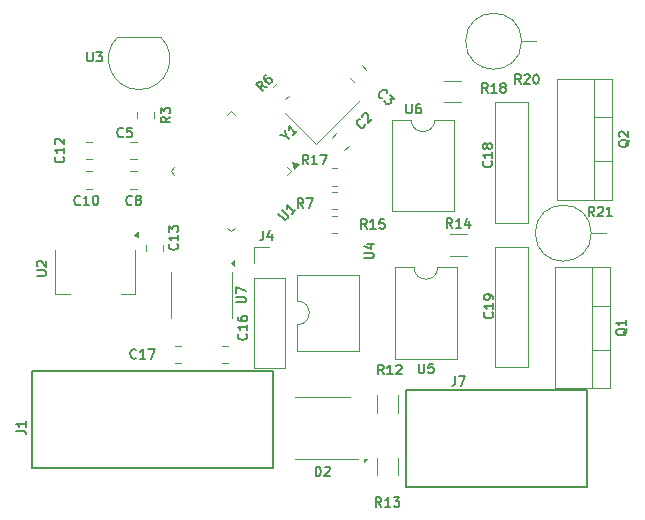
<source format=gbr>
%TF.GenerationSoftware,KiCad,Pcbnew,8.0.5-dirty*%
%TF.CreationDate,2024-11-05T15:40:08+03:00*%
%TF.ProjectId,switcher,73776974-6368-4657-922e-6b696361645f,rev?*%
%TF.SameCoordinates,Original*%
%TF.FileFunction,Legend,Top*%
%TF.FilePolarity,Positive*%
%FSLAX46Y46*%
G04 Gerber Fmt 4.6, Leading zero omitted, Abs format (unit mm)*
G04 Created by KiCad (PCBNEW 8.0.5-dirty) date 2024-11-05 15:40:08*
%MOMM*%
%LPD*%
G01*
G04 APERTURE LIST*
%ADD10C,0.150000*%
%ADD11C,0.120000*%
G04 APERTURE END LIST*
D10*
X143608025Y-68796587D02*
X143608025Y-68850462D01*
X143608025Y-68850462D02*
X143554151Y-68958211D01*
X143554151Y-68958211D02*
X143500276Y-69012086D01*
X143500276Y-69012086D02*
X143392526Y-69065961D01*
X143392526Y-69065961D02*
X143284777Y-69065961D01*
X143284777Y-69065961D02*
X143203964Y-69039023D01*
X143203964Y-69039023D02*
X143069277Y-68958211D01*
X143069277Y-68958211D02*
X142988465Y-68877399D01*
X142988465Y-68877399D02*
X142907653Y-68742712D01*
X142907653Y-68742712D02*
X142880716Y-68661900D01*
X142880716Y-68661900D02*
X142880716Y-68554150D01*
X142880716Y-68554150D02*
X142934590Y-68446401D01*
X142934590Y-68446401D02*
X142988465Y-68392526D01*
X142988465Y-68392526D02*
X143096215Y-68338651D01*
X143096215Y-68338651D02*
X143150090Y-68338651D01*
X143365589Y-68123152D02*
X143365589Y-68069277D01*
X143365589Y-68069277D02*
X143392526Y-67988465D01*
X143392526Y-67988465D02*
X143527213Y-67853778D01*
X143527213Y-67853778D02*
X143608025Y-67826840D01*
X143608025Y-67826840D02*
X143661900Y-67826840D01*
X143661900Y-67826840D02*
X143742712Y-67853778D01*
X143742712Y-67853778D02*
X143796587Y-67907653D01*
X143796587Y-67907653D02*
X143850462Y-68015402D01*
X143850462Y-68015402D02*
X143850462Y-68661900D01*
X143850462Y-68661900D02*
X144200648Y-68311714D01*
X133536104Y-86514285D02*
X133574200Y-86552381D01*
X133574200Y-86552381D02*
X133612295Y-86666666D01*
X133612295Y-86666666D02*
X133612295Y-86742857D01*
X133612295Y-86742857D02*
X133574200Y-86857143D01*
X133574200Y-86857143D02*
X133498009Y-86933333D01*
X133498009Y-86933333D02*
X133421819Y-86971428D01*
X133421819Y-86971428D02*
X133269438Y-87009524D01*
X133269438Y-87009524D02*
X133155152Y-87009524D01*
X133155152Y-87009524D02*
X133002771Y-86971428D01*
X133002771Y-86971428D02*
X132926580Y-86933333D01*
X132926580Y-86933333D02*
X132850390Y-86857143D01*
X132850390Y-86857143D02*
X132812295Y-86742857D01*
X132812295Y-86742857D02*
X132812295Y-86666666D01*
X132812295Y-86666666D02*
X132850390Y-86552381D01*
X132850390Y-86552381D02*
X132888485Y-86514285D01*
X133612295Y-85752381D02*
X133612295Y-86209524D01*
X133612295Y-85980952D02*
X132812295Y-85980952D01*
X132812295Y-85980952D02*
X132926580Y-86057143D01*
X132926580Y-86057143D02*
X133002771Y-86133333D01*
X133002771Y-86133333D02*
X133040866Y-86209524D01*
X132812295Y-85066666D02*
X132812295Y-85219047D01*
X132812295Y-85219047D02*
X132850390Y-85295238D01*
X132850390Y-85295238D02*
X132888485Y-85333333D01*
X132888485Y-85333333D02*
X133002771Y-85409523D01*
X133002771Y-85409523D02*
X133155152Y-85447619D01*
X133155152Y-85447619D02*
X133459914Y-85447619D01*
X133459914Y-85447619D02*
X133536104Y-85409523D01*
X133536104Y-85409523D02*
X133574200Y-85371428D01*
X133574200Y-85371428D02*
X133612295Y-85295238D01*
X133612295Y-85295238D02*
X133612295Y-85142857D01*
X133612295Y-85142857D02*
X133574200Y-85066666D01*
X133574200Y-85066666D02*
X133536104Y-85028571D01*
X133536104Y-85028571D02*
X133459914Y-84990476D01*
X133459914Y-84990476D02*
X133269438Y-84990476D01*
X133269438Y-84990476D02*
X133193247Y-85028571D01*
X133193247Y-85028571D02*
X133155152Y-85066666D01*
X133155152Y-85066666D02*
X133117057Y-85142857D01*
X133117057Y-85142857D02*
X133117057Y-85295238D01*
X133117057Y-85295238D02*
X133155152Y-85371428D01*
X133155152Y-85371428D02*
X133193247Y-85409523D01*
X133193247Y-85409523D02*
X133269438Y-85447619D01*
X153985714Y-66112295D02*
X153719047Y-65731342D01*
X153528571Y-66112295D02*
X153528571Y-65312295D01*
X153528571Y-65312295D02*
X153833333Y-65312295D01*
X153833333Y-65312295D02*
X153909523Y-65350390D01*
X153909523Y-65350390D02*
X153947618Y-65388485D01*
X153947618Y-65388485D02*
X153985714Y-65464676D01*
X153985714Y-65464676D02*
X153985714Y-65578961D01*
X153985714Y-65578961D02*
X153947618Y-65655152D01*
X153947618Y-65655152D02*
X153909523Y-65693247D01*
X153909523Y-65693247D02*
X153833333Y-65731342D01*
X153833333Y-65731342D02*
X153528571Y-65731342D01*
X154747618Y-66112295D02*
X154290475Y-66112295D01*
X154519047Y-66112295D02*
X154519047Y-65312295D01*
X154519047Y-65312295D02*
X154442856Y-65426580D01*
X154442856Y-65426580D02*
X154366666Y-65502771D01*
X154366666Y-65502771D02*
X154290475Y-65540866D01*
X155204761Y-65655152D02*
X155128571Y-65617057D01*
X155128571Y-65617057D02*
X155090476Y-65578961D01*
X155090476Y-65578961D02*
X155052380Y-65502771D01*
X155052380Y-65502771D02*
X155052380Y-65464676D01*
X155052380Y-65464676D02*
X155090476Y-65388485D01*
X155090476Y-65388485D02*
X155128571Y-65350390D01*
X155128571Y-65350390D02*
X155204761Y-65312295D01*
X155204761Y-65312295D02*
X155357142Y-65312295D01*
X155357142Y-65312295D02*
X155433333Y-65350390D01*
X155433333Y-65350390D02*
X155471428Y-65388485D01*
X155471428Y-65388485D02*
X155509523Y-65464676D01*
X155509523Y-65464676D02*
X155509523Y-65502771D01*
X155509523Y-65502771D02*
X155471428Y-65578961D01*
X155471428Y-65578961D02*
X155433333Y-65617057D01*
X155433333Y-65617057D02*
X155357142Y-65655152D01*
X155357142Y-65655152D02*
X155204761Y-65655152D01*
X155204761Y-65655152D02*
X155128571Y-65693247D01*
X155128571Y-65693247D02*
X155090476Y-65731342D01*
X155090476Y-65731342D02*
X155052380Y-65807533D01*
X155052380Y-65807533D02*
X155052380Y-65959914D01*
X155052380Y-65959914D02*
X155090476Y-66036104D01*
X155090476Y-66036104D02*
X155128571Y-66074200D01*
X155128571Y-66074200D02*
X155204761Y-66112295D01*
X155204761Y-66112295D02*
X155357142Y-66112295D01*
X155357142Y-66112295D02*
X155433333Y-66074200D01*
X155433333Y-66074200D02*
X155471428Y-66036104D01*
X155471428Y-66036104D02*
X155509523Y-65959914D01*
X155509523Y-65959914D02*
X155509523Y-65807533D01*
X155509523Y-65807533D02*
X155471428Y-65731342D01*
X155471428Y-65731342D02*
X155433333Y-65693247D01*
X155433333Y-65693247D02*
X155357142Y-65655152D01*
X114072295Y-94716666D02*
X114643723Y-94716666D01*
X114643723Y-94716666D02*
X114758009Y-94754761D01*
X114758009Y-94754761D02*
X114834200Y-94830952D01*
X114834200Y-94830952D02*
X114872295Y-94945237D01*
X114872295Y-94945237D02*
X114872295Y-95021428D01*
X114872295Y-93916666D02*
X114872295Y-94373809D01*
X114872295Y-94145237D02*
X114072295Y-94145237D01*
X114072295Y-94145237D02*
X114186580Y-94221428D01*
X114186580Y-94221428D02*
X114262771Y-94297618D01*
X114262771Y-94297618D02*
X114300866Y-94373809D01*
X154286104Y-71914285D02*
X154324200Y-71952381D01*
X154324200Y-71952381D02*
X154362295Y-72066666D01*
X154362295Y-72066666D02*
X154362295Y-72142857D01*
X154362295Y-72142857D02*
X154324200Y-72257143D01*
X154324200Y-72257143D02*
X154248009Y-72333333D01*
X154248009Y-72333333D02*
X154171819Y-72371428D01*
X154171819Y-72371428D02*
X154019438Y-72409524D01*
X154019438Y-72409524D02*
X153905152Y-72409524D01*
X153905152Y-72409524D02*
X153752771Y-72371428D01*
X153752771Y-72371428D02*
X153676580Y-72333333D01*
X153676580Y-72333333D02*
X153600390Y-72257143D01*
X153600390Y-72257143D02*
X153562295Y-72142857D01*
X153562295Y-72142857D02*
X153562295Y-72066666D01*
X153562295Y-72066666D02*
X153600390Y-71952381D01*
X153600390Y-71952381D02*
X153638485Y-71914285D01*
X154362295Y-71152381D02*
X154362295Y-71609524D01*
X154362295Y-71380952D02*
X153562295Y-71380952D01*
X153562295Y-71380952D02*
X153676580Y-71457143D01*
X153676580Y-71457143D02*
X153752771Y-71533333D01*
X153752771Y-71533333D02*
X153790866Y-71609524D01*
X153905152Y-70695238D02*
X153867057Y-70771428D01*
X153867057Y-70771428D02*
X153828961Y-70809523D01*
X153828961Y-70809523D02*
X153752771Y-70847619D01*
X153752771Y-70847619D02*
X153714676Y-70847619D01*
X153714676Y-70847619D02*
X153638485Y-70809523D01*
X153638485Y-70809523D02*
X153600390Y-70771428D01*
X153600390Y-70771428D02*
X153562295Y-70695238D01*
X153562295Y-70695238D02*
X153562295Y-70542857D01*
X153562295Y-70542857D02*
X153600390Y-70466666D01*
X153600390Y-70466666D02*
X153638485Y-70428571D01*
X153638485Y-70428571D02*
X153714676Y-70390476D01*
X153714676Y-70390476D02*
X153752771Y-70390476D01*
X153752771Y-70390476D02*
X153828961Y-70428571D01*
X153828961Y-70428571D02*
X153867057Y-70466666D01*
X153867057Y-70466666D02*
X153905152Y-70542857D01*
X153905152Y-70542857D02*
X153905152Y-70695238D01*
X153905152Y-70695238D02*
X153943247Y-70771428D01*
X153943247Y-70771428D02*
X153981342Y-70809523D01*
X153981342Y-70809523D02*
X154057533Y-70847619D01*
X154057533Y-70847619D02*
X154209914Y-70847619D01*
X154209914Y-70847619D02*
X154286104Y-70809523D01*
X154286104Y-70809523D02*
X154324200Y-70771428D01*
X154324200Y-70771428D02*
X154362295Y-70695238D01*
X154362295Y-70695238D02*
X154362295Y-70542857D01*
X154362295Y-70542857D02*
X154324200Y-70466666D01*
X154324200Y-70466666D02*
X154286104Y-70428571D01*
X154286104Y-70428571D02*
X154209914Y-70390476D01*
X154209914Y-70390476D02*
X154057533Y-70390476D01*
X154057533Y-70390476D02*
X153981342Y-70428571D01*
X153981342Y-70428571D02*
X153943247Y-70466666D01*
X153943247Y-70466666D02*
X153905152Y-70542857D01*
X138785714Y-72162295D02*
X138519047Y-71781342D01*
X138328571Y-72162295D02*
X138328571Y-71362295D01*
X138328571Y-71362295D02*
X138633333Y-71362295D01*
X138633333Y-71362295D02*
X138709523Y-71400390D01*
X138709523Y-71400390D02*
X138747618Y-71438485D01*
X138747618Y-71438485D02*
X138785714Y-71514676D01*
X138785714Y-71514676D02*
X138785714Y-71628961D01*
X138785714Y-71628961D02*
X138747618Y-71705152D01*
X138747618Y-71705152D02*
X138709523Y-71743247D01*
X138709523Y-71743247D02*
X138633333Y-71781342D01*
X138633333Y-71781342D02*
X138328571Y-71781342D01*
X139547618Y-72162295D02*
X139090475Y-72162295D01*
X139319047Y-72162295D02*
X139319047Y-71362295D01*
X139319047Y-71362295D02*
X139242856Y-71476580D01*
X139242856Y-71476580D02*
X139166666Y-71552771D01*
X139166666Y-71552771D02*
X139090475Y-71590866D01*
X139814285Y-71362295D02*
X140347619Y-71362295D01*
X140347619Y-71362295D02*
X140004761Y-72162295D01*
X124235714Y-88536104D02*
X124197618Y-88574200D01*
X124197618Y-88574200D02*
X124083333Y-88612295D01*
X124083333Y-88612295D02*
X124007142Y-88612295D01*
X124007142Y-88612295D02*
X123892856Y-88574200D01*
X123892856Y-88574200D02*
X123816666Y-88498009D01*
X123816666Y-88498009D02*
X123778571Y-88421819D01*
X123778571Y-88421819D02*
X123740475Y-88269438D01*
X123740475Y-88269438D02*
X123740475Y-88155152D01*
X123740475Y-88155152D02*
X123778571Y-88002771D01*
X123778571Y-88002771D02*
X123816666Y-87926580D01*
X123816666Y-87926580D02*
X123892856Y-87850390D01*
X123892856Y-87850390D02*
X124007142Y-87812295D01*
X124007142Y-87812295D02*
X124083333Y-87812295D01*
X124083333Y-87812295D02*
X124197618Y-87850390D01*
X124197618Y-87850390D02*
X124235714Y-87888485D01*
X124997618Y-88612295D02*
X124540475Y-88612295D01*
X124769047Y-88612295D02*
X124769047Y-87812295D01*
X124769047Y-87812295D02*
X124692856Y-87926580D01*
X124692856Y-87926580D02*
X124616666Y-88002771D01*
X124616666Y-88002771D02*
X124540475Y-88040866D01*
X125264285Y-87812295D02*
X125797619Y-87812295D01*
X125797619Y-87812295D02*
X125454761Y-88612295D01*
X135261900Y-65650462D02*
X134803964Y-65569649D01*
X134938651Y-65973710D02*
X134372966Y-65408025D01*
X134372966Y-65408025D02*
X134588465Y-65192526D01*
X134588465Y-65192526D02*
X134669277Y-65165588D01*
X134669277Y-65165588D02*
X134723152Y-65165588D01*
X134723152Y-65165588D02*
X134803964Y-65192526D01*
X134803964Y-65192526D02*
X134884777Y-65273338D01*
X134884777Y-65273338D02*
X134911714Y-65354150D01*
X134911714Y-65354150D02*
X134911714Y-65408025D01*
X134911714Y-65408025D02*
X134884777Y-65488837D01*
X134884777Y-65488837D02*
X134669277Y-65704336D01*
X135181088Y-64599903D02*
X135073338Y-64707653D01*
X135073338Y-64707653D02*
X135046401Y-64788465D01*
X135046401Y-64788465D02*
X135046401Y-64842340D01*
X135046401Y-64842340D02*
X135073338Y-64977027D01*
X135073338Y-64977027D02*
X135154151Y-65111714D01*
X135154151Y-65111714D02*
X135369650Y-65327213D01*
X135369650Y-65327213D02*
X135450462Y-65354150D01*
X135450462Y-65354150D02*
X135504337Y-65354150D01*
X135504337Y-65354150D02*
X135585149Y-65327213D01*
X135585149Y-65327213D02*
X135692899Y-65219463D01*
X135692899Y-65219463D02*
X135719836Y-65138651D01*
X135719836Y-65138651D02*
X135719836Y-65084776D01*
X135719836Y-65084776D02*
X135692899Y-65003964D01*
X135692899Y-65003964D02*
X135558212Y-64869277D01*
X135558212Y-64869277D02*
X135477399Y-64842340D01*
X135477399Y-64842340D02*
X135423525Y-64842340D01*
X135423525Y-64842340D02*
X135342712Y-64869277D01*
X135342712Y-64869277D02*
X135234963Y-64977027D01*
X135234963Y-64977027D02*
X135208025Y-65057839D01*
X135208025Y-65057839D02*
X135208025Y-65111714D01*
X135208025Y-65111714D02*
X135234963Y-65192526D01*
X165958485Y-70116190D02*
X165920390Y-70192380D01*
X165920390Y-70192380D02*
X165844200Y-70268571D01*
X165844200Y-70268571D02*
X165729914Y-70382857D01*
X165729914Y-70382857D02*
X165691819Y-70459047D01*
X165691819Y-70459047D02*
X165691819Y-70535238D01*
X165882295Y-70497142D02*
X165844200Y-70573333D01*
X165844200Y-70573333D02*
X165768009Y-70649523D01*
X165768009Y-70649523D02*
X165615628Y-70687619D01*
X165615628Y-70687619D02*
X165348961Y-70687619D01*
X165348961Y-70687619D02*
X165196580Y-70649523D01*
X165196580Y-70649523D02*
X165120390Y-70573333D01*
X165120390Y-70573333D02*
X165082295Y-70497142D01*
X165082295Y-70497142D02*
X165082295Y-70344761D01*
X165082295Y-70344761D02*
X165120390Y-70268571D01*
X165120390Y-70268571D02*
X165196580Y-70192380D01*
X165196580Y-70192380D02*
X165348961Y-70154285D01*
X165348961Y-70154285D02*
X165615628Y-70154285D01*
X165615628Y-70154285D02*
X165768009Y-70192380D01*
X165768009Y-70192380D02*
X165844200Y-70268571D01*
X165844200Y-70268571D02*
X165882295Y-70344761D01*
X165882295Y-70344761D02*
X165882295Y-70497142D01*
X165158485Y-69849524D02*
X165120390Y-69811428D01*
X165120390Y-69811428D02*
X165082295Y-69735238D01*
X165082295Y-69735238D02*
X165082295Y-69544762D01*
X165082295Y-69544762D02*
X165120390Y-69468571D01*
X165120390Y-69468571D02*
X165158485Y-69430476D01*
X165158485Y-69430476D02*
X165234676Y-69392381D01*
X165234676Y-69392381D02*
X165310866Y-69392381D01*
X165310866Y-69392381D02*
X165425152Y-69430476D01*
X165425152Y-69430476D02*
X165882295Y-69887619D01*
X165882295Y-69887619D02*
X165882295Y-69392381D01*
X154386104Y-84714285D02*
X154424200Y-84752381D01*
X154424200Y-84752381D02*
X154462295Y-84866666D01*
X154462295Y-84866666D02*
X154462295Y-84942857D01*
X154462295Y-84942857D02*
X154424200Y-85057143D01*
X154424200Y-85057143D02*
X154348009Y-85133333D01*
X154348009Y-85133333D02*
X154271819Y-85171428D01*
X154271819Y-85171428D02*
X154119438Y-85209524D01*
X154119438Y-85209524D02*
X154005152Y-85209524D01*
X154005152Y-85209524D02*
X153852771Y-85171428D01*
X153852771Y-85171428D02*
X153776580Y-85133333D01*
X153776580Y-85133333D02*
X153700390Y-85057143D01*
X153700390Y-85057143D02*
X153662295Y-84942857D01*
X153662295Y-84942857D02*
X153662295Y-84866666D01*
X153662295Y-84866666D02*
X153700390Y-84752381D01*
X153700390Y-84752381D02*
X153738485Y-84714285D01*
X154462295Y-83952381D02*
X154462295Y-84409524D01*
X154462295Y-84180952D02*
X153662295Y-84180952D01*
X153662295Y-84180952D02*
X153776580Y-84257143D01*
X153776580Y-84257143D02*
X153852771Y-84333333D01*
X153852771Y-84333333D02*
X153890866Y-84409524D01*
X154462295Y-83571428D02*
X154462295Y-83419047D01*
X154462295Y-83419047D02*
X154424200Y-83342857D01*
X154424200Y-83342857D02*
X154386104Y-83304761D01*
X154386104Y-83304761D02*
X154271819Y-83228571D01*
X154271819Y-83228571D02*
X154119438Y-83190476D01*
X154119438Y-83190476D02*
X153814676Y-83190476D01*
X153814676Y-83190476D02*
X153738485Y-83228571D01*
X153738485Y-83228571D02*
X153700390Y-83266666D01*
X153700390Y-83266666D02*
X153662295Y-83342857D01*
X153662295Y-83342857D02*
X153662295Y-83495238D01*
X153662295Y-83495238D02*
X153700390Y-83571428D01*
X153700390Y-83571428D02*
X153738485Y-83609523D01*
X153738485Y-83609523D02*
X153814676Y-83647619D01*
X153814676Y-83647619D02*
X154005152Y-83647619D01*
X154005152Y-83647619D02*
X154081342Y-83609523D01*
X154081342Y-83609523D02*
X154119438Y-83571428D01*
X154119438Y-83571428D02*
X154157533Y-83495238D01*
X154157533Y-83495238D02*
X154157533Y-83342857D01*
X154157533Y-83342857D02*
X154119438Y-83266666D01*
X154119438Y-83266666D02*
X154081342Y-83228571D01*
X154081342Y-83228571D02*
X154005152Y-83190476D01*
X118036104Y-71514285D02*
X118074200Y-71552381D01*
X118074200Y-71552381D02*
X118112295Y-71666666D01*
X118112295Y-71666666D02*
X118112295Y-71742857D01*
X118112295Y-71742857D02*
X118074200Y-71857143D01*
X118074200Y-71857143D02*
X117998009Y-71933333D01*
X117998009Y-71933333D02*
X117921819Y-71971428D01*
X117921819Y-71971428D02*
X117769438Y-72009524D01*
X117769438Y-72009524D02*
X117655152Y-72009524D01*
X117655152Y-72009524D02*
X117502771Y-71971428D01*
X117502771Y-71971428D02*
X117426580Y-71933333D01*
X117426580Y-71933333D02*
X117350390Y-71857143D01*
X117350390Y-71857143D02*
X117312295Y-71742857D01*
X117312295Y-71742857D02*
X117312295Y-71666666D01*
X117312295Y-71666666D02*
X117350390Y-71552381D01*
X117350390Y-71552381D02*
X117388485Y-71514285D01*
X118112295Y-70752381D02*
X118112295Y-71209524D01*
X118112295Y-70980952D02*
X117312295Y-70980952D01*
X117312295Y-70980952D02*
X117426580Y-71057143D01*
X117426580Y-71057143D02*
X117502771Y-71133333D01*
X117502771Y-71133333D02*
X117540866Y-71209524D01*
X117388485Y-70447619D02*
X117350390Y-70409523D01*
X117350390Y-70409523D02*
X117312295Y-70333333D01*
X117312295Y-70333333D02*
X117312295Y-70142857D01*
X117312295Y-70142857D02*
X117350390Y-70066666D01*
X117350390Y-70066666D02*
X117388485Y-70028571D01*
X117388485Y-70028571D02*
X117464676Y-69990476D01*
X117464676Y-69990476D02*
X117540866Y-69990476D01*
X117540866Y-69990476D02*
X117655152Y-70028571D01*
X117655152Y-70028571D02*
X118112295Y-70485714D01*
X118112295Y-70485714D02*
X118112295Y-69990476D01*
X165763485Y-86076190D02*
X165725390Y-86152380D01*
X165725390Y-86152380D02*
X165649200Y-86228571D01*
X165649200Y-86228571D02*
X165534914Y-86342857D01*
X165534914Y-86342857D02*
X165496819Y-86419047D01*
X165496819Y-86419047D02*
X165496819Y-86495238D01*
X165687295Y-86457142D02*
X165649200Y-86533333D01*
X165649200Y-86533333D02*
X165573009Y-86609523D01*
X165573009Y-86609523D02*
X165420628Y-86647619D01*
X165420628Y-86647619D02*
X165153961Y-86647619D01*
X165153961Y-86647619D02*
X165001580Y-86609523D01*
X165001580Y-86609523D02*
X164925390Y-86533333D01*
X164925390Y-86533333D02*
X164887295Y-86457142D01*
X164887295Y-86457142D02*
X164887295Y-86304761D01*
X164887295Y-86304761D02*
X164925390Y-86228571D01*
X164925390Y-86228571D02*
X165001580Y-86152380D01*
X165001580Y-86152380D02*
X165153961Y-86114285D01*
X165153961Y-86114285D02*
X165420628Y-86114285D01*
X165420628Y-86114285D02*
X165573009Y-86152380D01*
X165573009Y-86152380D02*
X165649200Y-86228571D01*
X165649200Y-86228571D02*
X165687295Y-86304761D01*
X165687295Y-86304761D02*
X165687295Y-86457142D01*
X165687295Y-85352381D02*
X165687295Y-85809524D01*
X165687295Y-85580952D02*
X164887295Y-85580952D01*
X164887295Y-85580952D02*
X165001580Y-85657143D01*
X165001580Y-85657143D02*
X165077771Y-85733333D01*
X165077771Y-85733333D02*
X165115866Y-85809524D01*
X132712295Y-83859523D02*
X133359914Y-83859523D01*
X133359914Y-83859523D02*
X133436104Y-83821428D01*
X133436104Y-83821428D02*
X133474200Y-83783333D01*
X133474200Y-83783333D02*
X133512295Y-83707142D01*
X133512295Y-83707142D02*
X133512295Y-83554761D01*
X133512295Y-83554761D02*
X133474200Y-83478571D01*
X133474200Y-83478571D02*
X133436104Y-83440476D01*
X133436104Y-83440476D02*
X133359914Y-83402380D01*
X133359914Y-83402380D02*
X132712295Y-83402380D01*
X132712295Y-83097619D02*
X132712295Y-82564285D01*
X132712295Y-82564285D02*
X133512295Y-82907143D01*
X136917433Y-69756181D02*
X137186807Y-70025555D01*
X136432560Y-69648431D02*
X136917433Y-69756181D01*
X136917433Y-69756181D02*
X136809684Y-69271307D01*
X137860242Y-69352120D02*
X137536993Y-69675369D01*
X137698618Y-69513744D02*
X137132932Y-68948059D01*
X137132932Y-68948059D02*
X137159870Y-69082746D01*
X137159870Y-69082746D02*
X137159870Y-69190495D01*
X137159870Y-69190495D02*
X137132932Y-69271308D01*
X162985714Y-76562295D02*
X162719047Y-76181342D01*
X162528571Y-76562295D02*
X162528571Y-75762295D01*
X162528571Y-75762295D02*
X162833333Y-75762295D01*
X162833333Y-75762295D02*
X162909523Y-75800390D01*
X162909523Y-75800390D02*
X162947618Y-75838485D01*
X162947618Y-75838485D02*
X162985714Y-75914676D01*
X162985714Y-75914676D02*
X162985714Y-76028961D01*
X162985714Y-76028961D02*
X162947618Y-76105152D01*
X162947618Y-76105152D02*
X162909523Y-76143247D01*
X162909523Y-76143247D02*
X162833333Y-76181342D01*
X162833333Y-76181342D02*
X162528571Y-76181342D01*
X163290475Y-75838485D02*
X163328571Y-75800390D01*
X163328571Y-75800390D02*
X163404761Y-75762295D01*
X163404761Y-75762295D02*
X163595237Y-75762295D01*
X163595237Y-75762295D02*
X163671428Y-75800390D01*
X163671428Y-75800390D02*
X163709523Y-75838485D01*
X163709523Y-75838485D02*
X163747618Y-75914676D01*
X163747618Y-75914676D02*
X163747618Y-75990866D01*
X163747618Y-75990866D02*
X163709523Y-76105152D01*
X163709523Y-76105152D02*
X163252380Y-76562295D01*
X163252380Y-76562295D02*
X163747618Y-76562295D01*
X164509523Y-76562295D02*
X164052380Y-76562295D01*
X164280952Y-76562295D02*
X164280952Y-75762295D01*
X164280952Y-75762295D02*
X164204761Y-75876580D01*
X164204761Y-75876580D02*
X164128571Y-75952771D01*
X164128571Y-75952771D02*
X164052380Y-75990866D01*
X150985714Y-77542295D02*
X150719047Y-77161342D01*
X150528571Y-77542295D02*
X150528571Y-76742295D01*
X150528571Y-76742295D02*
X150833333Y-76742295D01*
X150833333Y-76742295D02*
X150909523Y-76780390D01*
X150909523Y-76780390D02*
X150947618Y-76818485D01*
X150947618Y-76818485D02*
X150985714Y-76894676D01*
X150985714Y-76894676D02*
X150985714Y-77008961D01*
X150985714Y-77008961D02*
X150947618Y-77085152D01*
X150947618Y-77085152D02*
X150909523Y-77123247D01*
X150909523Y-77123247D02*
X150833333Y-77161342D01*
X150833333Y-77161342D02*
X150528571Y-77161342D01*
X151747618Y-77542295D02*
X151290475Y-77542295D01*
X151519047Y-77542295D02*
X151519047Y-76742295D01*
X151519047Y-76742295D02*
X151442856Y-76856580D01*
X151442856Y-76856580D02*
X151366666Y-76932771D01*
X151366666Y-76932771D02*
X151290475Y-76970866D01*
X152433333Y-77008961D02*
X152433333Y-77542295D01*
X152242857Y-76704200D02*
X152052380Y-77275628D01*
X152052380Y-77275628D02*
X152547619Y-77275628D01*
X120090476Y-62662295D02*
X120090476Y-63309914D01*
X120090476Y-63309914D02*
X120128571Y-63386104D01*
X120128571Y-63386104D02*
X120166666Y-63424200D01*
X120166666Y-63424200D02*
X120242857Y-63462295D01*
X120242857Y-63462295D02*
X120395238Y-63462295D01*
X120395238Y-63462295D02*
X120471428Y-63424200D01*
X120471428Y-63424200D02*
X120509523Y-63386104D01*
X120509523Y-63386104D02*
X120547619Y-63309914D01*
X120547619Y-63309914D02*
X120547619Y-62662295D01*
X120852380Y-62662295D02*
X121347618Y-62662295D01*
X121347618Y-62662295D02*
X121080952Y-62967057D01*
X121080952Y-62967057D02*
X121195237Y-62967057D01*
X121195237Y-62967057D02*
X121271428Y-63005152D01*
X121271428Y-63005152D02*
X121309523Y-63043247D01*
X121309523Y-63043247D02*
X121347618Y-63119438D01*
X121347618Y-63119438D02*
X121347618Y-63309914D01*
X121347618Y-63309914D02*
X121309523Y-63386104D01*
X121309523Y-63386104D02*
X121271428Y-63424200D01*
X121271428Y-63424200D02*
X121195237Y-63462295D01*
X121195237Y-63462295D02*
X120966666Y-63462295D01*
X120966666Y-63462295D02*
X120890475Y-63424200D01*
X120890475Y-63424200D02*
X120852380Y-63386104D01*
X147090476Y-67062295D02*
X147090476Y-67709914D01*
X147090476Y-67709914D02*
X147128571Y-67786104D01*
X147128571Y-67786104D02*
X147166666Y-67824200D01*
X147166666Y-67824200D02*
X147242857Y-67862295D01*
X147242857Y-67862295D02*
X147395238Y-67862295D01*
X147395238Y-67862295D02*
X147471428Y-67824200D01*
X147471428Y-67824200D02*
X147509523Y-67786104D01*
X147509523Y-67786104D02*
X147547619Y-67709914D01*
X147547619Y-67709914D02*
X147547619Y-67062295D01*
X148271428Y-67062295D02*
X148119047Y-67062295D01*
X148119047Y-67062295D02*
X148042856Y-67100390D01*
X148042856Y-67100390D02*
X148004761Y-67138485D01*
X148004761Y-67138485D02*
X147928571Y-67252771D01*
X147928571Y-67252771D02*
X147890475Y-67405152D01*
X147890475Y-67405152D02*
X147890475Y-67709914D01*
X147890475Y-67709914D02*
X147928571Y-67786104D01*
X147928571Y-67786104D02*
X147966666Y-67824200D01*
X147966666Y-67824200D02*
X148042856Y-67862295D01*
X148042856Y-67862295D02*
X148195237Y-67862295D01*
X148195237Y-67862295D02*
X148271428Y-67824200D01*
X148271428Y-67824200D02*
X148309523Y-67786104D01*
X148309523Y-67786104D02*
X148347618Y-67709914D01*
X148347618Y-67709914D02*
X148347618Y-67519438D01*
X148347618Y-67519438D02*
X148309523Y-67443247D01*
X148309523Y-67443247D02*
X148271428Y-67405152D01*
X148271428Y-67405152D02*
X148195237Y-67367057D01*
X148195237Y-67367057D02*
X148042856Y-67367057D01*
X148042856Y-67367057D02*
X147966666Y-67405152D01*
X147966666Y-67405152D02*
X147928571Y-67443247D01*
X147928571Y-67443247D02*
X147890475Y-67519438D01*
X138366667Y-75862295D02*
X138100000Y-75481342D01*
X137909524Y-75862295D02*
X137909524Y-75062295D01*
X137909524Y-75062295D02*
X138214286Y-75062295D01*
X138214286Y-75062295D02*
X138290476Y-75100390D01*
X138290476Y-75100390D02*
X138328571Y-75138485D01*
X138328571Y-75138485D02*
X138366667Y-75214676D01*
X138366667Y-75214676D02*
X138366667Y-75328961D01*
X138366667Y-75328961D02*
X138328571Y-75405152D01*
X138328571Y-75405152D02*
X138290476Y-75443247D01*
X138290476Y-75443247D02*
X138214286Y-75481342D01*
X138214286Y-75481342D02*
X137909524Y-75481342D01*
X138633333Y-75062295D02*
X139166667Y-75062295D01*
X139166667Y-75062295D02*
X138823809Y-75862295D01*
X143748214Y-77612295D02*
X143481547Y-77231342D01*
X143291071Y-77612295D02*
X143291071Y-76812295D01*
X143291071Y-76812295D02*
X143595833Y-76812295D01*
X143595833Y-76812295D02*
X143672023Y-76850390D01*
X143672023Y-76850390D02*
X143710118Y-76888485D01*
X143710118Y-76888485D02*
X143748214Y-76964676D01*
X143748214Y-76964676D02*
X143748214Y-77078961D01*
X143748214Y-77078961D02*
X143710118Y-77155152D01*
X143710118Y-77155152D02*
X143672023Y-77193247D01*
X143672023Y-77193247D02*
X143595833Y-77231342D01*
X143595833Y-77231342D02*
X143291071Y-77231342D01*
X144510118Y-77612295D02*
X144052975Y-77612295D01*
X144281547Y-77612295D02*
X144281547Y-76812295D01*
X144281547Y-76812295D02*
X144205356Y-76926580D01*
X144205356Y-76926580D02*
X144129166Y-77002771D01*
X144129166Y-77002771D02*
X144052975Y-77040866D01*
X145233928Y-76812295D02*
X144852976Y-76812295D01*
X144852976Y-76812295D02*
X144814880Y-77193247D01*
X144814880Y-77193247D02*
X144852976Y-77155152D01*
X144852976Y-77155152D02*
X144929166Y-77117057D01*
X144929166Y-77117057D02*
X145119642Y-77117057D01*
X145119642Y-77117057D02*
X145195833Y-77155152D01*
X145195833Y-77155152D02*
X145233928Y-77193247D01*
X145233928Y-77193247D02*
X145272023Y-77269438D01*
X145272023Y-77269438D02*
X145272023Y-77459914D01*
X145272023Y-77459914D02*
X145233928Y-77536104D01*
X145233928Y-77536104D02*
X145195833Y-77574200D01*
X145195833Y-77574200D02*
X145119642Y-77612295D01*
X145119642Y-77612295D02*
X144929166Y-77612295D01*
X144929166Y-77612295D02*
X144852976Y-77574200D01*
X144852976Y-77574200D02*
X144814880Y-77536104D01*
X151233333Y-90112295D02*
X151233333Y-90683723D01*
X151233333Y-90683723D02*
X151195238Y-90798009D01*
X151195238Y-90798009D02*
X151119047Y-90874200D01*
X151119047Y-90874200D02*
X151004762Y-90912295D01*
X151004762Y-90912295D02*
X150928571Y-90912295D01*
X151538095Y-90112295D02*
X152071429Y-90112295D01*
X152071429Y-90112295D02*
X151728571Y-90912295D01*
X139409524Y-98562295D02*
X139409524Y-97762295D01*
X139409524Y-97762295D02*
X139600000Y-97762295D01*
X139600000Y-97762295D02*
X139714286Y-97800390D01*
X139714286Y-97800390D02*
X139790476Y-97876580D01*
X139790476Y-97876580D02*
X139828571Y-97952771D01*
X139828571Y-97952771D02*
X139866667Y-98105152D01*
X139866667Y-98105152D02*
X139866667Y-98219438D01*
X139866667Y-98219438D02*
X139828571Y-98371819D01*
X139828571Y-98371819D02*
X139790476Y-98448009D01*
X139790476Y-98448009D02*
X139714286Y-98524200D01*
X139714286Y-98524200D02*
X139600000Y-98562295D01*
X139600000Y-98562295D02*
X139409524Y-98562295D01*
X140171428Y-97838485D02*
X140209524Y-97800390D01*
X140209524Y-97800390D02*
X140285714Y-97762295D01*
X140285714Y-97762295D02*
X140476190Y-97762295D01*
X140476190Y-97762295D02*
X140552381Y-97800390D01*
X140552381Y-97800390D02*
X140590476Y-97838485D01*
X140590476Y-97838485D02*
X140628571Y-97914676D01*
X140628571Y-97914676D02*
X140628571Y-97990866D01*
X140628571Y-97990866D02*
X140590476Y-98105152D01*
X140590476Y-98105152D02*
X140133333Y-98562295D01*
X140133333Y-98562295D02*
X140628571Y-98562295D01*
X145185714Y-89962295D02*
X144919047Y-89581342D01*
X144728571Y-89962295D02*
X144728571Y-89162295D01*
X144728571Y-89162295D02*
X145033333Y-89162295D01*
X145033333Y-89162295D02*
X145109523Y-89200390D01*
X145109523Y-89200390D02*
X145147618Y-89238485D01*
X145147618Y-89238485D02*
X145185714Y-89314676D01*
X145185714Y-89314676D02*
X145185714Y-89428961D01*
X145185714Y-89428961D02*
X145147618Y-89505152D01*
X145147618Y-89505152D02*
X145109523Y-89543247D01*
X145109523Y-89543247D02*
X145033333Y-89581342D01*
X145033333Y-89581342D02*
X144728571Y-89581342D01*
X145947618Y-89962295D02*
X145490475Y-89962295D01*
X145719047Y-89962295D02*
X145719047Y-89162295D01*
X145719047Y-89162295D02*
X145642856Y-89276580D01*
X145642856Y-89276580D02*
X145566666Y-89352771D01*
X145566666Y-89352771D02*
X145490475Y-89390866D01*
X146252380Y-89238485D02*
X146290476Y-89200390D01*
X146290476Y-89200390D02*
X146366666Y-89162295D01*
X146366666Y-89162295D02*
X146557142Y-89162295D01*
X146557142Y-89162295D02*
X146633333Y-89200390D01*
X146633333Y-89200390D02*
X146671428Y-89238485D01*
X146671428Y-89238485D02*
X146709523Y-89314676D01*
X146709523Y-89314676D02*
X146709523Y-89390866D01*
X146709523Y-89390866D02*
X146671428Y-89505152D01*
X146671428Y-89505152D02*
X146214285Y-89962295D01*
X146214285Y-89962295D02*
X146709523Y-89962295D01*
X144985714Y-101162295D02*
X144719047Y-100781342D01*
X144528571Y-101162295D02*
X144528571Y-100362295D01*
X144528571Y-100362295D02*
X144833333Y-100362295D01*
X144833333Y-100362295D02*
X144909523Y-100400390D01*
X144909523Y-100400390D02*
X144947618Y-100438485D01*
X144947618Y-100438485D02*
X144985714Y-100514676D01*
X144985714Y-100514676D02*
X144985714Y-100628961D01*
X144985714Y-100628961D02*
X144947618Y-100705152D01*
X144947618Y-100705152D02*
X144909523Y-100743247D01*
X144909523Y-100743247D02*
X144833333Y-100781342D01*
X144833333Y-100781342D02*
X144528571Y-100781342D01*
X145747618Y-101162295D02*
X145290475Y-101162295D01*
X145519047Y-101162295D02*
X145519047Y-100362295D01*
X145519047Y-100362295D02*
X145442856Y-100476580D01*
X145442856Y-100476580D02*
X145366666Y-100552771D01*
X145366666Y-100552771D02*
X145290475Y-100590866D01*
X146014285Y-100362295D02*
X146509523Y-100362295D01*
X146509523Y-100362295D02*
X146242857Y-100667057D01*
X146242857Y-100667057D02*
X146357142Y-100667057D01*
X146357142Y-100667057D02*
X146433333Y-100705152D01*
X146433333Y-100705152D02*
X146471428Y-100743247D01*
X146471428Y-100743247D02*
X146509523Y-100819438D01*
X146509523Y-100819438D02*
X146509523Y-101009914D01*
X146509523Y-101009914D02*
X146471428Y-101086104D01*
X146471428Y-101086104D02*
X146433333Y-101124200D01*
X146433333Y-101124200D02*
X146357142Y-101162295D01*
X146357142Y-101162295D02*
X146128571Y-101162295D01*
X146128571Y-101162295D02*
X146052380Y-101124200D01*
X146052380Y-101124200D02*
X146014285Y-101086104D01*
X156785714Y-65362295D02*
X156519047Y-64981342D01*
X156328571Y-65362295D02*
X156328571Y-64562295D01*
X156328571Y-64562295D02*
X156633333Y-64562295D01*
X156633333Y-64562295D02*
X156709523Y-64600390D01*
X156709523Y-64600390D02*
X156747618Y-64638485D01*
X156747618Y-64638485D02*
X156785714Y-64714676D01*
X156785714Y-64714676D02*
X156785714Y-64828961D01*
X156785714Y-64828961D02*
X156747618Y-64905152D01*
X156747618Y-64905152D02*
X156709523Y-64943247D01*
X156709523Y-64943247D02*
X156633333Y-64981342D01*
X156633333Y-64981342D02*
X156328571Y-64981342D01*
X157090475Y-64638485D02*
X157128571Y-64600390D01*
X157128571Y-64600390D02*
X157204761Y-64562295D01*
X157204761Y-64562295D02*
X157395237Y-64562295D01*
X157395237Y-64562295D02*
X157471428Y-64600390D01*
X157471428Y-64600390D02*
X157509523Y-64638485D01*
X157509523Y-64638485D02*
X157547618Y-64714676D01*
X157547618Y-64714676D02*
X157547618Y-64790866D01*
X157547618Y-64790866D02*
X157509523Y-64905152D01*
X157509523Y-64905152D02*
X157052380Y-65362295D01*
X157052380Y-65362295D02*
X157547618Y-65362295D01*
X158042857Y-64562295D02*
X158119047Y-64562295D01*
X158119047Y-64562295D02*
X158195238Y-64600390D01*
X158195238Y-64600390D02*
X158233333Y-64638485D01*
X158233333Y-64638485D02*
X158271428Y-64714676D01*
X158271428Y-64714676D02*
X158309523Y-64867057D01*
X158309523Y-64867057D02*
X158309523Y-65057533D01*
X158309523Y-65057533D02*
X158271428Y-65209914D01*
X158271428Y-65209914D02*
X158233333Y-65286104D01*
X158233333Y-65286104D02*
X158195238Y-65324200D01*
X158195238Y-65324200D02*
X158119047Y-65362295D01*
X158119047Y-65362295D02*
X158042857Y-65362295D01*
X158042857Y-65362295D02*
X157966666Y-65324200D01*
X157966666Y-65324200D02*
X157928571Y-65286104D01*
X157928571Y-65286104D02*
X157890476Y-65209914D01*
X157890476Y-65209914D02*
X157852380Y-65057533D01*
X157852380Y-65057533D02*
X157852380Y-64867057D01*
X157852380Y-64867057D02*
X157890476Y-64714676D01*
X157890476Y-64714676D02*
X157928571Y-64638485D01*
X157928571Y-64638485D02*
X157966666Y-64600390D01*
X157966666Y-64600390D02*
X158042857Y-64562295D01*
X123116667Y-69786104D02*
X123078571Y-69824200D01*
X123078571Y-69824200D02*
X122964286Y-69862295D01*
X122964286Y-69862295D02*
X122888095Y-69862295D01*
X122888095Y-69862295D02*
X122773809Y-69824200D01*
X122773809Y-69824200D02*
X122697619Y-69748009D01*
X122697619Y-69748009D02*
X122659524Y-69671819D01*
X122659524Y-69671819D02*
X122621428Y-69519438D01*
X122621428Y-69519438D02*
X122621428Y-69405152D01*
X122621428Y-69405152D02*
X122659524Y-69252771D01*
X122659524Y-69252771D02*
X122697619Y-69176580D01*
X122697619Y-69176580D02*
X122773809Y-69100390D01*
X122773809Y-69100390D02*
X122888095Y-69062295D01*
X122888095Y-69062295D02*
X122964286Y-69062295D01*
X122964286Y-69062295D02*
X123078571Y-69100390D01*
X123078571Y-69100390D02*
X123116667Y-69138485D01*
X123840476Y-69062295D02*
X123459524Y-69062295D01*
X123459524Y-69062295D02*
X123421428Y-69443247D01*
X123421428Y-69443247D02*
X123459524Y-69405152D01*
X123459524Y-69405152D02*
X123535714Y-69367057D01*
X123535714Y-69367057D02*
X123726190Y-69367057D01*
X123726190Y-69367057D02*
X123802381Y-69405152D01*
X123802381Y-69405152D02*
X123840476Y-69443247D01*
X123840476Y-69443247D02*
X123878571Y-69519438D01*
X123878571Y-69519438D02*
X123878571Y-69709914D01*
X123878571Y-69709914D02*
X123840476Y-69786104D01*
X123840476Y-69786104D02*
X123802381Y-69824200D01*
X123802381Y-69824200D02*
X123726190Y-69862295D01*
X123726190Y-69862295D02*
X123535714Y-69862295D01*
X123535714Y-69862295D02*
X123459524Y-69824200D01*
X123459524Y-69824200D02*
X123421428Y-69786104D01*
X127686104Y-78914285D02*
X127724200Y-78952381D01*
X127724200Y-78952381D02*
X127762295Y-79066666D01*
X127762295Y-79066666D02*
X127762295Y-79142857D01*
X127762295Y-79142857D02*
X127724200Y-79257143D01*
X127724200Y-79257143D02*
X127648009Y-79333333D01*
X127648009Y-79333333D02*
X127571819Y-79371428D01*
X127571819Y-79371428D02*
X127419438Y-79409524D01*
X127419438Y-79409524D02*
X127305152Y-79409524D01*
X127305152Y-79409524D02*
X127152771Y-79371428D01*
X127152771Y-79371428D02*
X127076580Y-79333333D01*
X127076580Y-79333333D02*
X127000390Y-79257143D01*
X127000390Y-79257143D02*
X126962295Y-79142857D01*
X126962295Y-79142857D02*
X126962295Y-79066666D01*
X126962295Y-79066666D02*
X127000390Y-78952381D01*
X127000390Y-78952381D02*
X127038485Y-78914285D01*
X127762295Y-78152381D02*
X127762295Y-78609524D01*
X127762295Y-78380952D02*
X126962295Y-78380952D01*
X126962295Y-78380952D02*
X127076580Y-78457143D01*
X127076580Y-78457143D02*
X127152771Y-78533333D01*
X127152771Y-78533333D02*
X127190866Y-78609524D01*
X126962295Y-77885714D02*
X126962295Y-77390476D01*
X126962295Y-77390476D02*
X127267057Y-77657142D01*
X127267057Y-77657142D02*
X127267057Y-77542857D01*
X127267057Y-77542857D02*
X127305152Y-77466666D01*
X127305152Y-77466666D02*
X127343247Y-77428571D01*
X127343247Y-77428571D02*
X127419438Y-77390476D01*
X127419438Y-77390476D02*
X127609914Y-77390476D01*
X127609914Y-77390476D02*
X127686104Y-77428571D01*
X127686104Y-77428571D02*
X127724200Y-77466666D01*
X127724200Y-77466666D02*
X127762295Y-77542857D01*
X127762295Y-77542857D02*
X127762295Y-77771428D01*
X127762295Y-77771428D02*
X127724200Y-77847619D01*
X127724200Y-77847619D02*
X127686104Y-77885714D01*
X127112295Y-68133332D02*
X126731342Y-68399999D01*
X127112295Y-68590475D02*
X126312295Y-68590475D01*
X126312295Y-68590475D02*
X126312295Y-68285713D01*
X126312295Y-68285713D02*
X126350390Y-68209523D01*
X126350390Y-68209523D02*
X126388485Y-68171428D01*
X126388485Y-68171428D02*
X126464676Y-68133332D01*
X126464676Y-68133332D02*
X126578961Y-68133332D01*
X126578961Y-68133332D02*
X126655152Y-68171428D01*
X126655152Y-68171428D02*
X126693247Y-68209523D01*
X126693247Y-68209523D02*
X126731342Y-68285713D01*
X126731342Y-68285713D02*
X126731342Y-68590475D01*
X126312295Y-67866666D02*
X126312295Y-67371428D01*
X126312295Y-67371428D02*
X126617057Y-67638094D01*
X126617057Y-67638094D02*
X126617057Y-67523809D01*
X126617057Y-67523809D02*
X126655152Y-67447618D01*
X126655152Y-67447618D02*
X126693247Y-67409523D01*
X126693247Y-67409523D02*
X126769438Y-67371428D01*
X126769438Y-67371428D02*
X126959914Y-67371428D01*
X126959914Y-67371428D02*
X127036104Y-67409523D01*
X127036104Y-67409523D02*
X127074200Y-67447618D01*
X127074200Y-67447618D02*
X127112295Y-67523809D01*
X127112295Y-67523809D02*
X127112295Y-67752380D01*
X127112295Y-67752380D02*
X127074200Y-67828571D01*
X127074200Y-67828571D02*
X127036104Y-67866666D01*
X145036864Y-66587924D02*
X144982989Y-66587924D01*
X144982989Y-66587924D02*
X144875240Y-66534050D01*
X144875240Y-66534050D02*
X144821365Y-66480175D01*
X144821365Y-66480175D02*
X144767490Y-66372425D01*
X144767490Y-66372425D02*
X144767490Y-66264676D01*
X144767490Y-66264676D02*
X144794428Y-66183863D01*
X144794428Y-66183863D02*
X144875240Y-66049176D01*
X144875240Y-66049176D02*
X144956052Y-65968364D01*
X144956052Y-65968364D02*
X145090739Y-65887552D01*
X145090739Y-65887552D02*
X145171551Y-65860615D01*
X145171551Y-65860615D02*
X145279301Y-65860615D01*
X145279301Y-65860615D02*
X145387050Y-65914489D01*
X145387050Y-65914489D02*
X145440925Y-65968364D01*
X145440925Y-65968364D02*
X145494800Y-66076114D01*
X145494800Y-66076114D02*
X145494800Y-66129989D01*
X145737237Y-66264676D02*
X146087423Y-66614862D01*
X146087423Y-66614862D02*
X145683362Y-66641799D01*
X145683362Y-66641799D02*
X145764174Y-66722611D01*
X145764174Y-66722611D02*
X145791111Y-66803424D01*
X145791111Y-66803424D02*
X145791111Y-66857298D01*
X145791111Y-66857298D02*
X145764174Y-66938111D01*
X145764174Y-66938111D02*
X145629487Y-67072798D01*
X145629487Y-67072798D02*
X145548675Y-67099735D01*
X145548675Y-67099735D02*
X145494800Y-67099735D01*
X145494800Y-67099735D02*
X145413988Y-67072798D01*
X145413988Y-67072798D02*
X145252363Y-66911173D01*
X145252363Y-66911173D02*
X145225426Y-66830361D01*
X145225426Y-66830361D02*
X145225426Y-66776486D01*
X148150476Y-89062295D02*
X148150476Y-89709914D01*
X148150476Y-89709914D02*
X148188571Y-89786104D01*
X148188571Y-89786104D02*
X148226666Y-89824200D01*
X148226666Y-89824200D02*
X148302857Y-89862295D01*
X148302857Y-89862295D02*
X148455238Y-89862295D01*
X148455238Y-89862295D02*
X148531428Y-89824200D01*
X148531428Y-89824200D02*
X148569523Y-89786104D01*
X148569523Y-89786104D02*
X148607619Y-89709914D01*
X148607619Y-89709914D02*
X148607619Y-89062295D01*
X149369523Y-89062295D02*
X148988571Y-89062295D01*
X148988571Y-89062295D02*
X148950475Y-89443247D01*
X148950475Y-89443247D02*
X148988571Y-89405152D01*
X148988571Y-89405152D02*
X149064761Y-89367057D01*
X149064761Y-89367057D02*
X149255237Y-89367057D01*
X149255237Y-89367057D02*
X149331428Y-89405152D01*
X149331428Y-89405152D02*
X149369523Y-89443247D01*
X149369523Y-89443247D02*
X149407618Y-89519438D01*
X149407618Y-89519438D02*
X149407618Y-89709914D01*
X149407618Y-89709914D02*
X149369523Y-89786104D01*
X149369523Y-89786104D02*
X149331428Y-89824200D01*
X149331428Y-89824200D02*
X149255237Y-89862295D01*
X149255237Y-89862295D02*
X149064761Y-89862295D01*
X149064761Y-89862295D02*
X148988571Y-89824200D01*
X148988571Y-89824200D02*
X148950475Y-89786104D01*
X119485714Y-75536104D02*
X119447618Y-75574200D01*
X119447618Y-75574200D02*
X119333333Y-75612295D01*
X119333333Y-75612295D02*
X119257142Y-75612295D01*
X119257142Y-75612295D02*
X119142856Y-75574200D01*
X119142856Y-75574200D02*
X119066666Y-75498009D01*
X119066666Y-75498009D02*
X119028571Y-75421819D01*
X119028571Y-75421819D02*
X118990475Y-75269438D01*
X118990475Y-75269438D02*
X118990475Y-75155152D01*
X118990475Y-75155152D02*
X119028571Y-75002771D01*
X119028571Y-75002771D02*
X119066666Y-74926580D01*
X119066666Y-74926580D02*
X119142856Y-74850390D01*
X119142856Y-74850390D02*
X119257142Y-74812295D01*
X119257142Y-74812295D02*
X119333333Y-74812295D01*
X119333333Y-74812295D02*
X119447618Y-74850390D01*
X119447618Y-74850390D02*
X119485714Y-74888485D01*
X120247618Y-75612295D02*
X119790475Y-75612295D01*
X120019047Y-75612295D02*
X120019047Y-74812295D01*
X120019047Y-74812295D02*
X119942856Y-74926580D01*
X119942856Y-74926580D02*
X119866666Y-75002771D01*
X119866666Y-75002771D02*
X119790475Y-75040866D01*
X120742857Y-74812295D02*
X120819047Y-74812295D01*
X120819047Y-74812295D02*
X120895238Y-74850390D01*
X120895238Y-74850390D02*
X120933333Y-74888485D01*
X120933333Y-74888485D02*
X120971428Y-74964676D01*
X120971428Y-74964676D02*
X121009523Y-75117057D01*
X121009523Y-75117057D02*
X121009523Y-75307533D01*
X121009523Y-75307533D02*
X120971428Y-75459914D01*
X120971428Y-75459914D02*
X120933333Y-75536104D01*
X120933333Y-75536104D02*
X120895238Y-75574200D01*
X120895238Y-75574200D02*
X120819047Y-75612295D01*
X120819047Y-75612295D02*
X120742857Y-75612295D01*
X120742857Y-75612295D02*
X120666666Y-75574200D01*
X120666666Y-75574200D02*
X120628571Y-75536104D01*
X120628571Y-75536104D02*
X120590476Y-75459914D01*
X120590476Y-75459914D02*
X120552380Y-75307533D01*
X120552380Y-75307533D02*
X120552380Y-75117057D01*
X120552380Y-75117057D02*
X120590476Y-74964676D01*
X120590476Y-74964676D02*
X120628571Y-74888485D01*
X120628571Y-74888485D02*
X120666666Y-74850390D01*
X120666666Y-74850390D02*
X120742857Y-74812295D01*
X134983333Y-77812295D02*
X134983333Y-78383723D01*
X134983333Y-78383723D02*
X134945238Y-78498009D01*
X134945238Y-78498009D02*
X134869047Y-78574200D01*
X134869047Y-78574200D02*
X134754762Y-78612295D01*
X134754762Y-78612295D02*
X134678571Y-78612295D01*
X135707143Y-78078961D02*
X135707143Y-78612295D01*
X135516667Y-77774200D02*
X135326190Y-78345628D01*
X135326190Y-78345628D02*
X135821429Y-78345628D01*
X123866667Y-75536104D02*
X123828571Y-75574200D01*
X123828571Y-75574200D02*
X123714286Y-75612295D01*
X123714286Y-75612295D02*
X123638095Y-75612295D01*
X123638095Y-75612295D02*
X123523809Y-75574200D01*
X123523809Y-75574200D02*
X123447619Y-75498009D01*
X123447619Y-75498009D02*
X123409524Y-75421819D01*
X123409524Y-75421819D02*
X123371428Y-75269438D01*
X123371428Y-75269438D02*
X123371428Y-75155152D01*
X123371428Y-75155152D02*
X123409524Y-75002771D01*
X123409524Y-75002771D02*
X123447619Y-74926580D01*
X123447619Y-74926580D02*
X123523809Y-74850390D01*
X123523809Y-74850390D02*
X123638095Y-74812295D01*
X123638095Y-74812295D02*
X123714286Y-74812295D01*
X123714286Y-74812295D02*
X123828571Y-74850390D01*
X123828571Y-74850390D02*
X123866667Y-74888485D01*
X124323809Y-75155152D02*
X124247619Y-75117057D01*
X124247619Y-75117057D02*
X124209524Y-75078961D01*
X124209524Y-75078961D02*
X124171428Y-75002771D01*
X124171428Y-75002771D02*
X124171428Y-74964676D01*
X124171428Y-74964676D02*
X124209524Y-74888485D01*
X124209524Y-74888485D02*
X124247619Y-74850390D01*
X124247619Y-74850390D02*
X124323809Y-74812295D01*
X124323809Y-74812295D02*
X124476190Y-74812295D01*
X124476190Y-74812295D02*
X124552381Y-74850390D01*
X124552381Y-74850390D02*
X124590476Y-74888485D01*
X124590476Y-74888485D02*
X124628571Y-74964676D01*
X124628571Y-74964676D02*
X124628571Y-75002771D01*
X124628571Y-75002771D02*
X124590476Y-75078961D01*
X124590476Y-75078961D02*
X124552381Y-75117057D01*
X124552381Y-75117057D02*
X124476190Y-75155152D01*
X124476190Y-75155152D02*
X124323809Y-75155152D01*
X124323809Y-75155152D02*
X124247619Y-75193247D01*
X124247619Y-75193247D02*
X124209524Y-75231342D01*
X124209524Y-75231342D02*
X124171428Y-75307533D01*
X124171428Y-75307533D02*
X124171428Y-75459914D01*
X124171428Y-75459914D02*
X124209524Y-75536104D01*
X124209524Y-75536104D02*
X124247619Y-75574200D01*
X124247619Y-75574200D02*
X124323809Y-75612295D01*
X124323809Y-75612295D02*
X124476190Y-75612295D01*
X124476190Y-75612295D02*
X124552381Y-75574200D01*
X124552381Y-75574200D02*
X124590476Y-75536104D01*
X124590476Y-75536104D02*
X124628571Y-75459914D01*
X124628571Y-75459914D02*
X124628571Y-75307533D01*
X124628571Y-75307533D02*
X124590476Y-75231342D01*
X124590476Y-75231342D02*
X124552381Y-75193247D01*
X124552381Y-75193247D02*
X124476190Y-75155152D01*
X143542295Y-80109523D02*
X144189914Y-80109523D01*
X144189914Y-80109523D02*
X144266104Y-80071428D01*
X144266104Y-80071428D02*
X144304200Y-80033333D01*
X144304200Y-80033333D02*
X144342295Y-79957142D01*
X144342295Y-79957142D02*
X144342295Y-79804761D01*
X144342295Y-79804761D02*
X144304200Y-79728571D01*
X144304200Y-79728571D02*
X144266104Y-79690476D01*
X144266104Y-79690476D02*
X144189914Y-79652380D01*
X144189914Y-79652380D02*
X143542295Y-79652380D01*
X143808961Y-78928571D02*
X144342295Y-78928571D01*
X143504200Y-79119047D02*
X144075628Y-79309524D01*
X144075628Y-79309524D02*
X144075628Y-78814285D01*
X136259497Y-76371494D02*
X136717433Y-76829430D01*
X136717433Y-76829430D02*
X136798245Y-76856367D01*
X136798245Y-76856367D02*
X136852120Y-76856367D01*
X136852120Y-76856367D02*
X136932932Y-76829430D01*
X136932932Y-76829430D02*
X137040682Y-76721680D01*
X137040682Y-76721680D02*
X137067619Y-76640868D01*
X137067619Y-76640868D02*
X137067619Y-76586993D01*
X137067619Y-76586993D02*
X137040682Y-76506181D01*
X137040682Y-76506181D02*
X136582746Y-76048245D01*
X137714117Y-76048245D02*
X137390868Y-76371494D01*
X137552492Y-76209870D02*
X136986807Y-75644184D01*
X136986807Y-75644184D02*
X137013744Y-75778871D01*
X137013744Y-75778871D02*
X137013744Y-75886621D01*
X137013744Y-75886621D02*
X136986807Y-75967433D01*
X115812295Y-81609523D02*
X116459914Y-81609523D01*
X116459914Y-81609523D02*
X116536104Y-81571428D01*
X116536104Y-81571428D02*
X116574200Y-81533333D01*
X116574200Y-81533333D02*
X116612295Y-81457142D01*
X116612295Y-81457142D02*
X116612295Y-81304761D01*
X116612295Y-81304761D02*
X116574200Y-81228571D01*
X116574200Y-81228571D02*
X116536104Y-81190476D01*
X116536104Y-81190476D02*
X116459914Y-81152380D01*
X116459914Y-81152380D02*
X115812295Y-81152380D01*
X115888485Y-80809524D02*
X115850390Y-80771428D01*
X115850390Y-80771428D02*
X115812295Y-80695238D01*
X115812295Y-80695238D02*
X115812295Y-80504762D01*
X115812295Y-80504762D02*
X115850390Y-80428571D01*
X115850390Y-80428571D02*
X115888485Y-80390476D01*
X115888485Y-80390476D02*
X115964676Y-80352381D01*
X115964676Y-80352381D02*
X116040866Y-80352381D01*
X116040866Y-80352381D02*
X116155152Y-80390476D01*
X116155152Y-80390476D02*
X116612295Y-80847619D01*
X116612295Y-80847619D02*
X116612295Y-80352381D01*
D11*
%TO.C,C2*%
X142204457Y-70584990D02*
X141834990Y-70954457D01*
X141165010Y-69545543D02*
X140795543Y-69915010D01*
%TO.C,C16*%
X132011252Y-87515000D02*
X131488748Y-87515000D01*
X132011252Y-88985000D02*
X131488748Y-88985000D01*
%TO.C,R18*%
X150272936Y-65090000D02*
X151727064Y-65090000D01*
X150272936Y-66910000D02*
X151727064Y-66910000D01*
D10*
%TO.C,J1*%
X115410000Y-89650000D02*
X135790000Y-89650000D01*
X115410000Y-94250000D02*
X115410000Y-89650000D01*
X115410000Y-97850000D02*
X115410000Y-94250000D01*
X135790000Y-89650000D02*
X135790000Y-97850000D01*
X135790000Y-97850000D02*
X115410000Y-97850000D01*
D11*
%TO.C,C18*%
X154630000Y-66880000D02*
X157370000Y-66880000D01*
X154630000Y-77120000D02*
X154630000Y-66880000D01*
X154630000Y-77120000D02*
X157370000Y-77120000D01*
X157370000Y-77120000D02*
X157370000Y-66880000D01*
%TO.C,R17*%
X140772936Y-72515000D02*
X141227064Y-72515000D01*
X140772936Y-73985000D02*
X141227064Y-73985000D01*
%TO.C,C17*%
X128011252Y-88985000D02*
X127488748Y-88985000D01*
X128011252Y-87515000D02*
X127488748Y-87515000D01*
%TO.C,R6*%
X136859165Y-66680282D02*
X137180282Y-66359165D01*
X135819718Y-65640835D02*
X136140835Y-65319718D01*
%TO.C,Q2*%
X159879000Y-64920000D02*
X159879000Y-75160000D01*
X163010000Y-64920000D02*
X163010000Y-75160000D01*
X164520000Y-64920000D02*
X159879000Y-64920000D01*
X164520000Y-64920000D02*
X164520000Y-75160000D01*
X164520000Y-68190000D02*
X163010000Y-68190000D01*
X164520000Y-71891000D02*
X163010000Y-71891000D01*
X164520000Y-75160000D02*
X159879000Y-75160000D01*
%TO.C,C19*%
X154630000Y-79130000D02*
X157370000Y-79130000D01*
X154630000Y-89370000D02*
X154630000Y-79130000D01*
X154630000Y-89370000D02*
X157370000Y-89370000D01*
X157370000Y-89370000D02*
X157370000Y-79130000D01*
%TO.C,C12*%
X119988748Y-70265000D02*
X120511252Y-70265000D01*
X119988748Y-71735000D02*
X120511252Y-71735000D01*
%TO.C,Q1*%
X159684000Y-80880000D02*
X159684000Y-91120000D01*
X162815000Y-80880000D02*
X162815000Y-91120000D01*
X164325000Y-80880000D02*
X159684000Y-80880000D01*
X164325000Y-80880000D02*
X164325000Y-91120000D01*
X164325000Y-84150000D02*
X162815000Y-84150000D01*
X164325000Y-87851000D02*
X162815000Y-87851000D01*
X164325000Y-91120000D02*
X159684000Y-91120000D01*
%TO.C,U7*%
X127190000Y-83250000D02*
X127190000Y-81300000D01*
X127190000Y-83250000D02*
X127190000Y-85200000D01*
X132310000Y-83250000D02*
X132310000Y-81300000D01*
X132310000Y-83250000D02*
X132310000Y-85200000D01*
X132545000Y-80790000D02*
X132215000Y-80550000D01*
X132545000Y-80310000D01*
X132545000Y-80790000D01*
G36*
X132545000Y-80790000D02*
G01*
X132215000Y-80550000D01*
X132545000Y-80310000D01*
X132545000Y-80790000D01*
G37*
%TO.C,Y1*%
X136818019Y-67815685D02*
X139434315Y-70431981D01*
X139434315Y-70431981D02*
X143181981Y-66684315D01*
%TO.C,R21*%
X162755000Y-78000000D02*
X163965000Y-78000000D01*
X162755000Y-78000000D02*
G75*
G02*
X158015000Y-78000000I-2370000J0D01*
G01*
X158015000Y-78000000D02*
G75*
G02*
X162755000Y-78000000I2370000J0D01*
G01*
%TO.C,R14*%
X150772936Y-78090000D02*
X152227064Y-78090000D01*
X150772936Y-79910000D02*
X152227064Y-79910000D01*
%TO.C,U3*%
X126280000Y-61400000D02*
X122680000Y-61400000D01*
X126318478Y-61411522D02*
G75*
G02*
X124480000Y-65850001I-1838478J-1838478D01*
G01*
X124480000Y-65850000D02*
G75*
G02*
X122641522Y-61411522I0J2600000D01*
G01*
%TO.C,U6*%
X145860000Y-68395000D02*
X145860000Y-76135000D01*
X145860000Y-76135000D02*
X151160000Y-76135000D01*
X147510000Y-68395000D02*
X145860000Y-68395000D01*
X151160000Y-68395000D02*
X149510000Y-68395000D01*
X151160000Y-76135000D02*
X151160000Y-68395000D01*
X149510000Y-68395000D02*
G75*
G02*
X147510000Y-68395000I-1000000J0D01*
G01*
%TO.C,R7*%
X140772936Y-74515000D02*
X141227064Y-74515000D01*
X140772936Y-75985000D02*
X141227064Y-75985000D01*
%TO.C,R15*%
X140785436Y-76515000D02*
X141239564Y-76515000D01*
X140785436Y-77985000D02*
X141239564Y-77985000D01*
D10*
%TO.C,J7*%
X147100000Y-91300000D02*
X162400000Y-91300000D01*
X147100000Y-95900000D02*
X147100000Y-91300000D01*
X147100000Y-99500000D02*
X147100000Y-95900000D01*
X162400000Y-91300000D02*
X162400000Y-99500000D01*
X162400000Y-99500000D02*
X147100000Y-99500000D01*
D11*
%TO.C,D2*%
X137700000Y-91900000D02*
X142300000Y-91900000D01*
X137700000Y-97110000D02*
X143000000Y-97110000D01*
X143500000Y-97390000D02*
X143500000Y-97110000D01*
X143780000Y-97110000D01*
X143500000Y-97390000D01*
G36*
X143500000Y-97390000D02*
G01*
X143500000Y-97110000D01*
X143780000Y-97110000D01*
X143500000Y-97390000D01*
G37*
%TO.C,R12*%
X144590000Y-91735436D02*
X144590000Y-93189564D01*
X146410000Y-91735436D02*
X146410000Y-93189564D01*
%TO.C,R13*%
X144590000Y-97022936D02*
X144590000Y-98477064D01*
X146410000Y-97022936D02*
X146410000Y-98477064D01*
%TO.C,R20*%
X156855000Y-61750000D02*
X158065000Y-61750000D01*
X156855000Y-61750000D02*
G75*
G02*
X152115000Y-61750000I-2370000J0D01*
G01*
X152115000Y-61750000D02*
G75*
G02*
X156855000Y-61750000I2370000J0D01*
G01*
%TO.C,C5*%
X124261252Y-70265000D02*
X123738748Y-70265000D01*
X124261252Y-71735000D02*
X123738748Y-71735000D01*
%TO.C,C13*%
X125015000Y-79511252D02*
X125015000Y-78988748D01*
X126485000Y-79511252D02*
X126485000Y-78988748D01*
%TO.C,R3*%
X124265000Y-68227064D02*
X124265000Y-67772936D01*
X125735000Y-68227064D02*
X125735000Y-67772936D01*
%TO.C,C3*%
X142665010Y-65204457D02*
X142295543Y-64834990D01*
X143704457Y-64165010D02*
X143334990Y-63795543D01*
%TO.C,U5*%
X146110000Y-80895000D02*
X146110000Y-88635000D01*
X146110000Y-88635000D02*
X151410000Y-88635000D01*
X147760000Y-80895000D02*
X146110000Y-80895000D01*
X151410000Y-80895000D02*
X149760000Y-80895000D01*
X151410000Y-88635000D02*
X151410000Y-80895000D01*
X149760000Y-80895000D02*
G75*
G02*
X147760000Y-80895000I-1000000J0D01*
G01*
%TO.C,C10*%
X119988748Y-74235000D02*
X120511252Y-74235000D01*
X119988748Y-72765000D02*
X120511252Y-72765000D01*
%TO.C,J4*%
X134170000Y-79170000D02*
X135500000Y-79170000D01*
X134170000Y-80500000D02*
X134170000Y-79170000D01*
X134170000Y-81770000D02*
X134170000Y-89450000D01*
X134170000Y-81770000D02*
X136830000Y-81770000D01*
X134170000Y-89450000D02*
X136830000Y-89450000D01*
X136830000Y-81770000D02*
X136830000Y-89450000D01*
%TO.C,C8*%
X124261252Y-72765000D02*
X123738748Y-72765000D01*
X124261252Y-74235000D02*
X123738748Y-74235000D01*
%TO.C,U4*%
X137880000Y-81515000D02*
X137880000Y-83750000D01*
X137880000Y-85750000D02*
X137880000Y-87985000D01*
X137880000Y-87985000D02*
X143080000Y-87985000D01*
X143080000Y-81515000D02*
X137880000Y-81515000D01*
X143080000Y-87985000D02*
X143080000Y-81515000D01*
X137880000Y-83750000D02*
G75*
G02*
X137880000Y-85750000I0J-1000000D01*
G01*
%TO.C,U1*%
X127144689Y-72750000D02*
X127462887Y-73068198D01*
X127462887Y-72431802D02*
X127144689Y-72750000D01*
X131931802Y-67962887D02*
X132250000Y-67644689D01*
X132250000Y-67644689D02*
X132568198Y-67962887D01*
X132250000Y-77855311D02*
X131931802Y-77537113D01*
X132568198Y-77537113D02*
X132250000Y-77855311D01*
X137037113Y-73068198D02*
X137355311Y-72750000D01*
X137355311Y-72750000D02*
X137037113Y-72431802D01*
X138027062Y-72106533D02*
X137546230Y-72587365D01*
X137454306Y-72014609D01*
X138027062Y-72106533D01*
G36*
X138027062Y-72106533D02*
G01*
X137546230Y-72587365D01*
X137454306Y-72014609D01*
X138027062Y-72106533D01*
G37*
%TO.C,U2*%
X117340000Y-83160000D02*
X118600000Y-83160000D01*
X124160000Y-83160000D02*
X122900000Y-83160000D01*
X117340000Y-79400000D02*
X117340000Y-83160000D01*
X124160000Y-79400000D02*
X124160000Y-83160000D01*
X124390000Y-78360000D02*
X124060000Y-78120000D01*
X124390000Y-77880000D01*
X124390000Y-78360000D01*
G36*
X124390000Y-78360000D02*
G01*
X124060000Y-78120000D01*
X124390000Y-77880000D01*
X124390000Y-78360000D01*
G37*
%TD*%
M02*

</source>
